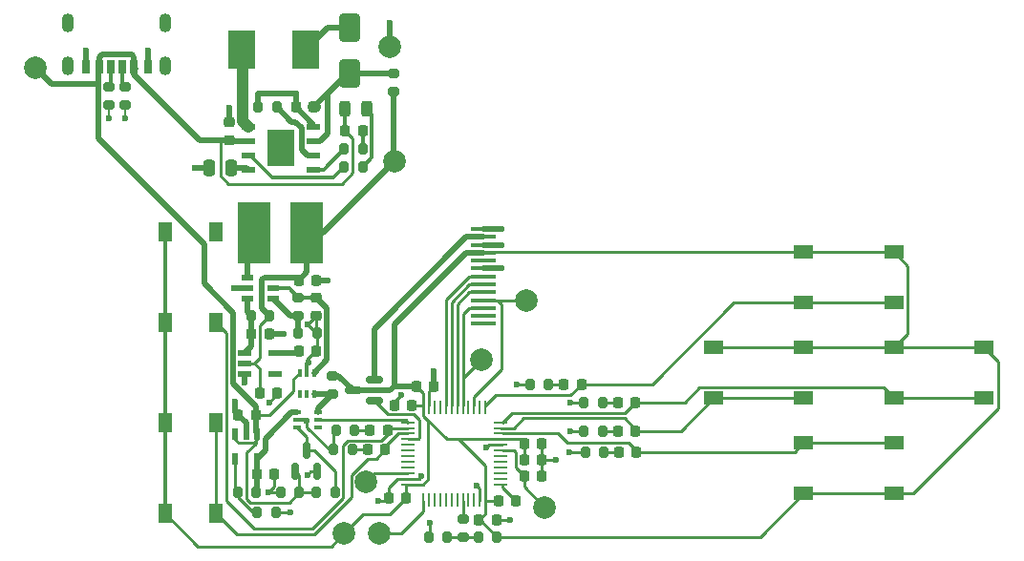
<source format=gtl>
%TF.GenerationSoftware,KiCad,Pcbnew,9.0.2*%
%TF.CreationDate,2025-07-13T16:14:12-05:00*%
%TF.ProjectId,stm32card,73746d33-3263-4617-9264-2e6b69636164,rev?*%
%TF.SameCoordinates,Original*%
%TF.FileFunction,Copper,L1,Top*%
%TF.FilePolarity,Positive*%
%FSLAX46Y46*%
G04 Gerber Fmt 4.6, Leading zero omitted, Abs format (unit mm)*
G04 Created by KiCad (PCBNEW 9.0.2) date 2025-07-13 16:14:12*
%MOMM*%
%LPD*%
G01*
G04 APERTURE LIST*
G04 Aperture macros list*
%AMRoundRect*
0 Rectangle with rounded corners*
0 $1 Rounding radius*
0 $2 $3 $4 $5 $6 $7 $8 $9 X,Y pos of 4 corners*
0 Add a 4 corners polygon primitive as box body*
4,1,4,$2,$3,$4,$5,$6,$7,$8,$9,$2,$3,0*
0 Add four circle primitives for the rounded corners*
1,1,$1+$1,$2,$3*
1,1,$1+$1,$4,$5*
1,1,$1+$1,$6,$7*
1,1,$1+$1,$8,$9*
0 Add four rect primitives between the rounded corners*
20,1,$1+$1,$2,$3,$4,$5,0*
20,1,$1+$1,$4,$5,$6,$7,0*
20,1,$1+$1,$6,$7,$8,$9,0*
20,1,$1+$1,$8,$9,$2,$3,0*%
G04 Aperture macros list end*
%TA.AperFunction,SMDPad,CuDef*%
%ADD10RoundRect,0.225000X-0.225000X-0.250000X0.225000X-0.250000X0.225000X0.250000X-0.225000X0.250000X0*%
%TD*%
%TA.AperFunction,SMDPad,CuDef*%
%ADD11RoundRect,0.150000X0.150000X-0.587500X0.150000X0.587500X-0.150000X0.587500X-0.150000X-0.587500X0*%
%TD*%
%TA.AperFunction,SMDPad,CuDef*%
%ADD12RoundRect,0.225000X0.225000X0.250000X-0.225000X0.250000X-0.225000X-0.250000X0.225000X-0.250000X0*%
%TD*%
%TA.AperFunction,SMDPad,CuDef*%
%ADD13R,1.800000X1.200000*%
%TD*%
%TA.AperFunction,SMDPad,CuDef*%
%ADD14RoundRect,0.200000X0.200000X0.275000X-0.200000X0.275000X-0.200000X-0.275000X0.200000X-0.275000X0*%
%TD*%
%TA.AperFunction,SMDPad,CuDef*%
%ADD15RoundRect,0.225000X-0.250000X0.225000X-0.250000X-0.225000X0.250000X-0.225000X0.250000X0.225000X0*%
%TD*%
%TA.AperFunction,SMDPad,CuDef*%
%ADD16R,3.000000X5.500000*%
%TD*%
%TA.AperFunction,SMDPad,CuDef*%
%ADD17RoundRect,0.200000X0.275000X-0.200000X0.275000X0.200000X-0.275000X0.200000X-0.275000X-0.200000X0*%
%TD*%
%TA.AperFunction,SMDPad,CuDef*%
%ADD18RoundRect,0.225000X0.250000X-0.225000X0.250000X0.225000X-0.250000X0.225000X-0.250000X-0.225000X0*%
%TD*%
%TA.AperFunction,SMDPad,CuDef*%
%ADD19R,2.350000X3.500000*%
%TD*%
%TA.AperFunction,SMDPad,CuDef*%
%ADD20C,2.000000*%
%TD*%
%TA.AperFunction,SMDPad,CuDef*%
%ADD21RoundRect,0.150000X0.587500X0.150000X-0.587500X0.150000X-0.587500X-0.150000X0.587500X-0.150000X0*%
%TD*%
%TA.AperFunction,SMDPad,CuDef*%
%ADD22RoundRect,0.250000X0.250000X0.475000X-0.250000X0.475000X-0.250000X-0.475000X0.250000X-0.475000X0*%
%TD*%
%TA.AperFunction,SMDPad,CuDef*%
%ADD23RoundRect,0.200000X-0.200000X-0.275000X0.200000X-0.275000X0.200000X0.275000X-0.200000X0.275000X0*%
%TD*%
%TA.AperFunction,SMDPad,CuDef*%
%ADD24R,2.200000X0.400000*%
%TD*%
%TA.AperFunction,SMDPad,CuDef*%
%ADD25RoundRect,0.100000X-0.225000X-0.100000X0.225000X-0.100000X0.225000X0.100000X-0.225000X0.100000X0*%
%TD*%
%TA.AperFunction,SMDPad,CuDef*%
%ADD26RoundRect,0.200000X-0.275000X0.200000X-0.275000X-0.200000X0.275000X-0.200000X0.275000X0.200000X0*%
%TD*%
%TA.AperFunction,SMDPad,CuDef*%
%ADD27R,0.700000X1.200000*%
%TD*%
%TA.AperFunction,SMDPad,CuDef*%
%ADD28R,0.760000X1.200000*%
%TD*%
%TA.AperFunction,SMDPad,CuDef*%
%ADD29R,0.800000X1.200000*%
%TD*%
%TA.AperFunction,ComponentPad*%
%ADD30O,1.100000X1.700000*%
%TD*%
%TA.AperFunction,SMDPad,CuDef*%
%ADD31RoundRect,0.243750X0.243750X0.456250X-0.243750X0.456250X-0.243750X-0.456250X0.243750X-0.456250X0*%
%TD*%
%TA.AperFunction,SMDPad,CuDef*%
%ADD32R,1.070000X0.530000*%
%TD*%
%TA.AperFunction,SMDPad,CuDef*%
%ADD33R,1.200000X0.270000*%
%TD*%
%TA.AperFunction,SMDPad,CuDef*%
%ADD34R,0.270000X1.200000*%
%TD*%
%TA.AperFunction,SMDPad,CuDef*%
%ADD35R,1.200000X1.800000*%
%TD*%
%TA.AperFunction,SMDPad,CuDef*%
%ADD36RoundRect,0.218750X0.218750X0.256250X-0.218750X0.256250X-0.218750X-0.256250X0.218750X-0.256250X0*%
%TD*%
%TA.AperFunction,SMDPad,CuDef*%
%ADD37R,0.600000X1.000000*%
%TD*%
%TA.AperFunction,SMDPad,CuDef*%
%ADD38R,1.200000X0.600000*%
%TD*%
%TA.AperFunction,SMDPad,CuDef*%
%ADD39R,2.400000X3.300000*%
%TD*%
%TA.AperFunction,SMDPad,CuDef*%
%ADD40RoundRect,0.100000X-0.100000X0.225000X-0.100000X-0.225000X0.100000X-0.225000X0.100000X0.225000X0*%
%TD*%
%TA.AperFunction,SMDPad,CuDef*%
%ADD41RoundRect,0.250000X0.650000X-1.000000X0.650000X1.000000X-0.650000X1.000000X-0.650000X-1.000000X0*%
%TD*%
%TA.AperFunction,SMDPad,CuDef*%
%ADD42R,1.200000X0.500000*%
%TD*%
%TA.AperFunction,ViaPad*%
%ADD43C,0.600000*%
%TD*%
%TA.AperFunction,Conductor*%
%ADD44C,0.250000*%
%TD*%
%TA.AperFunction,Conductor*%
%ADD45C,0.500000*%
%TD*%
%TA.AperFunction,Conductor*%
%ADD46C,0.350000*%
%TD*%
%TA.AperFunction,Conductor*%
%ADD47C,0.200000*%
%TD*%
%TA.AperFunction,Conductor*%
%ADD48C,1.000000*%
%TD*%
G04 APERTURE END LIST*
D10*
%TO.P,C14,1*%
%TO.N,Net-(C14-Pad1)*%
X186594442Y-122410210D03*
%TO.P,C14,2*%
%TO.N,in_button_down*%
X188144442Y-122410210D03*
%TD*%
D11*
%TO.P,Q2,1,G*%
%TO.N,usb vbus*%
X157919747Y-124145560D03*
%TO.P,Q2,2,S*%
%TO.N,GND*%
X159819747Y-124145560D03*
%TO.P,Q2,3,D*%
%TO.N,Net-(Q2-D)*%
X158869747Y-122270560D03*
%TD*%
D12*
%TO.P,C4,1*%
%TO.N,+3V0*%
X168208349Y-118253643D03*
%TO.P,C4,2*%
%TO.N,GND*%
X166658349Y-118253643D03*
%TD*%
D10*
%TO.P,C25,1*%
%TO.N,bat output*%
X158188180Y-107195974D03*
%TO.P,C25,2*%
%TO.N,GND*%
X159738180Y-107195974D03*
%TD*%
D13*
%TO.P,b_up1,1,1*%
%TO.N,+3V0*%
X202951133Y-104665534D03*
%TO.P,b_up1,2,2*%
X210951133Y-104665534D03*
%TO.P,b_up1,3,3*%
%TO.N,in_button_up*%
X202951133Y-109165534D03*
%TO.P,b_up1,4,4*%
X210951133Y-109165534D03*
%TD*%
D10*
%TO.P,C16,1*%
%TO.N,Net-(C16-Pad1)*%
X186498159Y-120535261D03*
%TO.P,C16,2*%
%TO.N,in_button_right*%
X188048159Y-120535261D03*
%TD*%
D14*
%TO.P,R22,1*%
%TO.N,usb vbus*%
X158253611Y-125980447D03*
%TO.P,R22,2*%
%TO.N,GND*%
X156603611Y-125980447D03*
%TD*%
D15*
%TO.P,C22,1*%
%TO.N,Net-(U2-VIN)*%
X159771321Y-108741969D03*
%TO.P,C22,2*%
%TO.N,GND*%
X159771321Y-110291969D03*
%TD*%
D16*
%TO.P,L2,1,1*%
%TO.N,bat output*%
X158924572Y-102960590D03*
%TO.P,L2,2,2*%
%TO.N,Net-(U6-SW)*%
X154264572Y-102960590D03*
%TD*%
D14*
%TO.P,R14,1*%
%TO.N,Net-(D2-K)*%
X163868852Y-97111187D03*
%TO.P,R14,2*%
%TO.N,Net-(U1-~{DONE})*%
X162218852Y-97111187D03*
%TD*%
D17*
%TO.P,R24,1*%
%TO.N,Net-(U2-VOUT)*%
X161212267Y-117283573D03*
%TO.P,R24,2*%
%TO.N,+3V0*%
X161212267Y-115633573D03*
%TD*%
D18*
%TO.P,C9,1*%
%TO.N,usb vbus*%
X152049345Y-94727156D03*
%TO.P,C9,2*%
%TO.N,GND*%
X152049345Y-93177156D03*
%TD*%
D19*
%TO.P,L1,1,1*%
%TO.N,Net-(U1-SW)*%
X153109399Y-86734328D03*
%TO.P,L1,2,2*%
%TO.N,Net-(D1-A)*%
X158809399Y-86734328D03*
%TD*%
D20*
%TO.P,SWDIO1,1,1*%
%TO.N,Net-(U4-PA13)*%
X164177791Y-125033730D03*
%TD*%
%TO.P,TP3,1,1*%
%TO.N,+3V0*%
X162215982Y-129637235D03*
%TD*%
D21*
%TO.P,Q1,1,G*%
%TO.N,backlight_fet*%
X164907099Y-117901836D03*
%TO.P,Q1,2,S*%
%TO.N,Net-(Q1-S)*%
X164907099Y-116001836D03*
%TO.P,Q1,3,D*%
%TO.N,+3V0*%
X163032099Y-116951836D03*
%TD*%
D22*
%TO.P,C7,1*%
%TO.N,Net-(U1-CT)*%
X152194313Y-97232762D03*
%TO.P,C7,2*%
%TO.N,GND*%
X150294313Y-97232762D03*
%TD*%
D23*
%TO.P,R10,1*%
%TO.N,Net-(R10-Pad1)*%
X174123734Y-129933381D03*
%TO.P,R10,2*%
%TO.N,+3V0*%
X175773734Y-129933381D03*
%TD*%
%TO.P,R17,1*%
%TO.N,Net-(U6-FB)*%
X158138180Y-111847959D03*
%TO.P,R17,2*%
%TO.N,GND*%
X159788180Y-111847959D03*
%TD*%
D10*
%TO.P,C12,1*%
%TO.N,+3V0*%
X175911855Y-126779815D03*
%TO.P,C12,2*%
%TO.N,Net-(U4-VBAT)*%
X177461855Y-126779815D03*
%TD*%
D24*
%TO.P,U5,1,NC*%
%TO.N,unconnected-(U5-NC-Pad1)*%
X174559466Y-111035534D03*
%TO.P,U5,2,NC*%
%TO.N,unconnected-(U5-NC-Pad2)*%
X174559466Y-110335534D03*
%TO.P,U5,3,SDA*%
%TO.N,spi1_mosi*%
X174559466Y-109635534D03*
%TO.P,U5,4,SCL*%
%TO.N,spi1_sck*%
X174559466Y-108935534D03*
%TO.P,U5,5,RS*%
%TO.N,lcd_dataselect*%
X174559466Y-108235534D03*
%TO.P,U5,6,RESET*%
%TO.N,lcd_reset*%
X174559466Y-107535534D03*
%TO.P,U5,7,CS*%
%TO.N,lcd_cs*%
X174559466Y-106835534D03*
%TO.P,U5,8,GND*%
%TO.N,GND*%
X174559466Y-106135534D03*
%TO.P,U5,9,NC*%
%TO.N,unconnected-(U5-NC-Pad9)*%
X174559466Y-105435534D03*
%TO.P,U5,10,VDD*%
%TO.N,+3V0*%
X174559466Y-104735534D03*
%TO.P,U5,11,LEDK*%
%TO.N,GND*%
X174559466Y-104035534D03*
%TO.P,U5,12,LEDA*%
%TO.N,Net-(Q1-S)*%
X174559466Y-103335534D03*
%TO.P,U5,13,GND*%
%TO.N,GND*%
X174559466Y-102635534D03*
%TD*%
D10*
%TO.P,C11,1*%
%TO.N,Net-(U4-NRST)*%
X178216650Y-124571621D03*
%TO.P,C11,2*%
%TO.N,GND*%
X179766650Y-124571621D03*
%TD*%
D14*
%TO.P,R11,1*%
%TO.N,Net-(R10-Pad1)*%
X171355995Y-129935313D03*
%TO.P,R11,2*%
%TO.N,GND*%
X169705995Y-129935313D03*
%TD*%
D20*
%TO.P,TP2,1,1*%
%TO.N,usb vbus*%
X134880772Y-88298705D03*
%TD*%
D25*
%TO.P,U3,1,VIN*%
%TO.N,Net-(U3-VIN)*%
X158013180Y-118919663D03*
%TO.P,U3,2,GND*%
%TO.N,GND*%
X158013180Y-119569663D03*
%TO.P,U3,3,~{CE}*%
%TO.N,Net-(Q2-D)*%
X158013180Y-120219663D03*
%TO.P,U3,4,NC*%
%TO.N,unconnected-(U3-NC-Pad4)*%
X159913180Y-120219663D03*
%TO.P,U3,5,ST*%
%TO.N,power_info*%
X159913180Y-119569663D03*
%TO.P,U3,6,VOUT*%
%TO.N,Net-(U2-VOUT)*%
X159913180Y-118919663D03*
%TD*%
D26*
%TO.P,R2,1*%
%TO.N,Net-(J1-CC1)*%
X142831133Y-89980534D03*
%TO.P,R2,2*%
%TO.N,GND*%
X142831133Y-91630534D03*
%TD*%
D14*
%TO.P,R15,1*%
%TO.N,Net-(D3-K)*%
X163868852Y-95545650D03*
%TO.P,R15,2*%
%TO.N,Net-(U1-~{CHRG})*%
X162218852Y-95545650D03*
%TD*%
D10*
%TO.P,C13,1*%
%TO.N,Net-(C13-Pad1)*%
X181710179Y-116398550D03*
%TO.P,C13,2*%
%TO.N,in_button_up*%
X183260179Y-116398550D03*
%TD*%
%TO.P,C10,1*%
%TO.N,Net-(U7-CT)*%
X158188180Y-113473015D03*
%TO.P,C10,2*%
%TO.N,GND*%
X159738180Y-113473015D03*
%TD*%
D14*
%TO.P,R18,1*%
%TO.N,Net-(U3-VIN)*%
X154421265Y-126000289D03*
%TO.P,R18,2*%
%TO.N,Net-(U9-FB)*%
X152771265Y-126000289D03*
%TD*%
D26*
%TO.P,R16,1*%
%TO.N,Net-(U2-VIN)*%
X158155040Y-108691969D03*
%TO.P,R16,2*%
%TO.N,Net-(U6-FB)*%
X158155040Y-110341969D03*
%TD*%
D12*
%TO.P,C8,1*%
%TO.N,GND*%
X179766650Y-121651621D03*
%TO.P,C8,2*%
%TO.N,+3V0*%
X178216650Y-121651621D03*
%TD*%
D23*
%TO.P,R9,1*%
%TO.N,GND*%
X183488159Y-120535261D03*
%TO.P,R9,2*%
%TO.N,Net-(C16-Pad1)*%
X185138159Y-120535261D03*
%TD*%
%TO.P,R13,1*%
%TO.N,GND*%
X161308400Y-122213186D03*
%TO.P,R13,2*%
%TO.N,Net-(C18-Pad1)*%
X162958400Y-122213186D03*
%TD*%
D10*
%TO.P,C15,1*%
%TO.N,Net-(C15-Pad1)*%
X186482004Y-118016635D03*
%TO.P,C15,2*%
%TO.N,in_button_left*%
X188032004Y-118016635D03*
%TD*%
D13*
%TO.P,b_left1,1,1*%
%TO.N,+3V0*%
X210951133Y-113132201D03*
%TO.P,b_left1,2,2*%
X218951133Y-113132201D03*
%TO.P,b_left1,3,3*%
%TO.N,in_button_left*%
X210951133Y-117632201D03*
%TO.P,b_left1,4,4*%
X218951133Y-117632201D03*
%TD*%
D10*
%TO.P,C5,1*%
%TO.N,+3V0*%
X178216650Y-123111621D03*
%TO.P,C5,2*%
%TO.N,GND*%
X179766650Y-123111621D03*
%TD*%
D13*
%TO.P,b_right1,1,1*%
%TO.N,+3V0*%
X194951133Y-113132201D03*
%TO.P,b_right1,2,2*%
X202951133Y-113132201D03*
%TO.P,b_right1,3,3*%
%TO.N,in_button_right*%
X194951133Y-117632201D03*
%TO.P,b_right1,4,4*%
X202951133Y-117632201D03*
%TD*%
D23*
%TO.P,R12,1*%
%TO.N,GND*%
X161501172Y-120481830D03*
%TO.P,R12,2*%
%TO.N,Net-(C17-Pad1)*%
X163151172Y-120481830D03*
%TD*%
D10*
%TO.P,C17,1*%
%TO.N,Net-(C17-Pad1)*%
X164511172Y-120481830D03*
%TO.P,C17,2*%
%TO.N,in_button_a*%
X166061172Y-120481830D03*
%TD*%
D23*
%TO.P,R6,1*%
%TO.N,GND*%
X183584442Y-122410210D03*
%TO.P,R6,2*%
%TO.N,Net-(C14-Pad1)*%
X185234442Y-122410210D03*
%TD*%
D10*
%TO.P,C19,1*%
%TO.N,Net-(U6-EN)*%
X154004818Y-111915048D03*
%TO.P,C19,2*%
%TO.N,GND*%
X155554818Y-111915048D03*
%TD*%
D20*
%TO.P,TP_mosi1,1,1*%
%TO.N,spi1_mosi*%
X174362663Y-114235371D03*
%TD*%
D27*
%TO.P,J1,A5,CC1*%
%TO.N,Net-(J1-CC1)*%
X142574466Y-88210000D03*
D28*
%TO.P,J1,A9,VBUS*%
%TO.N,usb vbus*%
X140554466Y-88210000D03*
D29*
%TO.P,J1,A12,GND*%
%TO.N,GND*%
X139324466Y-88210000D03*
D27*
%TO.P,J1,B5,CC2*%
%TO.N,Net-(J1-CC2)*%
X141574466Y-88210000D03*
D28*
%TO.P,J1,B9,VBUS*%
%TO.N,usb vbus*%
X143594466Y-88210000D03*
D29*
%TO.P,J1,B12,GND*%
%TO.N,GND*%
X144824466Y-88210000D03*
D30*
%TO.P,J1,SH1*%
%TO.N,N/C*%
X146394466Y-88130000D03*
%TO.P,J1,SH2*%
X146394466Y-84330000D03*
%TO.P,J1,SH3*%
X137754466Y-88130000D03*
%TO.P,J1,SH4*%
X137754466Y-84330000D03*
%TD*%
D31*
%TO.P,D2,1,K*%
%TO.N,Net-(D2-K)*%
X164192771Y-91972776D03*
%TO.P,D2,2,A*%
%TO.N,usb vbus*%
X162317771Y-91972776D03*
%TD*%
D23*
%TO.P,R7,1*%
%TO.N,GND*%
X183472004Y-118016635D03*
%TO.P,R7,2*%
%TO.N,Net-(C15-Pad1)*%
X185122004Y-118016635D03*
%TD*%
D20*
%TO.P,tst_nrst1,1,1*%
%TO.N,Net-(U4-NRST)*%
X180021047Y-127320001D03*
%TD*%
D32*
%TO.P,U6,1,SW*%
%TO.N,Net-(U6-SW)*%
X153629818Y-106919279D03*
%TO.P,U6,2,GND*%
%TO.N,GND*%
X153629818Y-107869279D03*
%TO.P,U6,3,EN*%
%TO.N,Net-(U6-EN)*%
X153629818Y-108819279D03*
%TO.P,U6,4,FB*%
%TO.N,Net-(U6-FB)*%
X155929818Y-108819279D03*
%TO.P,U6,5,VOUT*%
%TO.N,Net-(U2-VIN)*%
X155929818Y-107869279D03*
%TO.P,U6,6,VBAT*%
%TO.N,bat output*%
X155929818Y-106919279D03*
%TD*%
D14*
%TO.P,R4,1*%
%TO.N,Net-(U1-ISEL)*%
X156264853Y-91818710D03*
%TO.P,R4,2*%
%TO.N,GND*%
X154614853Y-91818710D03*
%TD*%
D20*
%TO.P,TestPoint_gnd1,1,1*%
%TO.N,GND*%
X166260568Y-86489059D03*
%TD*%
D10*
%TO.P,C2,1*%
%TO.N,+3V0*%
X168613611Y-116553306D03*
%TO.P,C2,2*%
%TO.N,GND*%
X170163611Y-116553306D03*
%TD*%
D20*
%TO.P,TP_sck1,1,1*%
%TO.N,spi1_sck*%
X178381844Y-108935534D03*
%TD*%
D10*
%TO.P,C18,1*%
%TO.N,Net-(C18-Pad1)*%
X164318400Y-122213186D03*
%TO.P,C18,2*%
%TO.N,in_button_b*%
X165868400Y-122213186D03*
%TD*%
D33*
%TO.P,U4,1,VBAT*%
%TO.N,Net-(U4-VBAT)*%
X176090878Y-125284125D03*
%TO.P,U4,2,PC13-TAMPER-RTC*%
%TO.N,unconnected-(U4-PC13-TAMPER-RTC-Pad2)*%
X176090878Y-124784125D03*
%TO.P,U4,3,PC14-OSC32_IN*%
%TO.N,unconnected-(U4-PC14-OSC32_IN-Pad3)*%
X176090878Y-124284125D03*
%TO.P,U4,4,PC15-OSC32_OUT*%
%TO.N,unconnected-(U4-PC15-OSC32_OUT-Pad4)*%
X176090878Y-123784125D03*
%TO.P,U4,5,PD0-OSC_IN*%
%TO.N,unconnected-(U4-PD0-OSC_IN-Pad5)*%
X176090878Y-123284125D03*
%TO.P,U4,6,PD1-OSC_OUT*%
%TO.N,unconnected-(U4-PD1-OSC_OUT-Pad6)*%
X176090878Y-122784125D03*
%TO.P,U4,7,NRST*%
%TO.N,Net-(U4-NRST)*%
X176090878Y-122284125D03*
%TO.P,U4,8,VSSA*%
%TO.N,GND*%
X176090878Y-121784125D03*
%TO.P,U4,9,VDDA*%
%TO.N,+3V0*%
X176090878Y-121284125D03*
%TO.P,U4,10,PA0-WKUP*%
%TO.N,in_button_down*%
X176090878Y-120784125D03*
%TO.P,U4,11,PA1*%
%TO.N,in_button_right*%
X176090878Y-120284125D03*
%TO.P,U4,12,PA2*%
%TO.N,in_button_left*%
X176090878Y-119784125D03*
D34*
%TO.P,U4,13,PA3*%
%TO.N,in_button_up*%
X174740878Y-118434125D03*
%TO.P,U4,14,PA4*%
%TO.N,unconnected-(U4-PA4-Pad14)*%
X174240878Y-118434125D03*
%TO.P,U4,15,PA5*%
%TO.N,spi1_sck*%
X173740878Y-118434125D03*
%TO.P,U4,16,PA6*%
%TO.N,spi1_miso*%
X173240878Y-118434125D03*
%TO.P,U4,17,PA7*%
%TO.N,spi1_mosi*%
X172740878Y-118434125D03*
%TO.P,U4,18,PB0*%
%TO.N,lcd_dataselect*%
X172240878Y-118434125D03*
%TO.P,U4,19,PB1*%
%TO.N,lcd_reset*%
X171740878Y-118434125D03*
%TO.P,U4,20,PB2*%
%TO.N,lcd_cs*%
X171240878Y-118434125D03*
%TO.P,U4,21,PB10*%
%TO.N,unconnected-(U4-PB10-Pad21)*%
X170740878Y-118434125D03*
%TO.P,U4,22,PB11*%
%TO.N,unconnected-(U4-PB11-Pad22)*%
X170240878Y-118434125D03*
%TO.P,U4,23,VSS_1*%
%TO.N,GND*%
X169740878Y-118434125D03*
%TO.P,U4,24,VDD_1*%
%TO.N,+3V0*%
X169240878Y-118434125D03*
D33*
%TO.P,U4,25,PB12*%
%TO.N,power_info*%
X167890878Y-119784125D03*
%TO.P,U4,26,PB13*%
%TO.N,in_button_a*%
X167890878Y-120284125D03*
%TO.P,U4,27,PB14*%
%TO.N,in_button_b*%
X167890878Y-120784125D03*
%TO.P,U4,28,PB15*%
%TO.N,backlight_fet*%
X167890878Y-121284125D03*
%TO.P,U4,29,PA8*%
%TO.N,unconnected-(U4-PA8-Pad29)*%
X167890878Y-121784125D03*
%TO.P,U4,30,PA9*%
%TO.N,unconnected-(U4-PA9-Pad30)*%
X167890878Y-122284125D03*
%TO.P,U4,31,PA10*%
%TO.N,unconnected-(U4-PA10-Pad31)*%
X167890878Y-122784125D03*
%TO.P,U4,32,PA11*%
%TO.N,unconnected-(U4-PA11-Pad32)*%
X167890878Y-123284125D03*
%TO.P,U4,33,PA12*%
%TO.N,unconnected-(U4-PA12-Pad33)*%
X167890878Y-123784125D03*
%TO.P,U4,34,PA13*%
%TO.N,Net-(U4-PA13)*%
X167890878Y-124284125D03*
%TO.P,U4,35,VSS_2*%
%TO.N,GND*%
X167890878Y-124784125D03*
%TO.P,U4,36,VDD_2*%
%TO.N,+3V0*%
X167890878Y-125284125D03*
D34*
%TO.P,U4,37,PA14*%
%TO.N,Net-(U4-PA14)*%
X169240878Y-126634125D03*
%TO.P,U4,38,PA15*%
%TO.N,unconnected-(U4-PA15-Pad38)*%
X169740878Y-126634125D03*
%TO.P,U4,39,PB3*%
%TO.N,unconnected-(U4-PB3-Pad39)*%
X170240878Y-126634125D03*
%TO.P,U4,40,PB4*%
%TO.N,unconnected-(U4-PB4-Pad40)*%
X170740878Y-126634125D03*
%TO.P,U4,41,PB5*%
%TO.N,unconnected-(U4-PB5-Pad41)*%
X171240878Y-126634125D03*
%TO.P,U4,42,PB6*%
%TO.N,unconnected-(U4-PB6-Pad42)*%
X171740878Y-126634125D03*
%TO.P,U4,43,PB7*%
%TO.N,unconnected-(U4-PB7-Pad43)*%
X172240878Y-126634125D03*
%TO.P,U4,44,BOOT0*%
%TO.N,Net-(U4-BOOT0)*%
X172740878Y-126634125D03*
%TO.P,U4,45,PB8*%
%TO.N,unconnected-(U4-PB8-Pad45)*%
X173240878Y-126634125D03*
%TO.P,U4,46,PB9*%
%TO.N,unconnected-(U4-PB9-Pad46)*%
X173740878Y-126634125D03*
%TO.P,U4,47,VSS_3*%
%TO.N,GND*%
X174240878Y-126634125D03*
%TO.P,U4,48,VDD_3*%
%TO.N,+3V0*%
X174740878Y-126634125D03*
%TD*%
D12*
%TO.P,C20,1*%
%TO.N,GND*%
X156306367Y-117183014D03*
%TO.P,C20,2*%
%TO.N,bat output*%
X154756367Y-117183014D03*
%TD*%
D23*
%TO.P,R23,1*%
%TO.N,usb vbus*%
X159750308Y-125969797D03*
%TO.P,R23,2*%
%TO.N,Net-(Q2-D)*%
X161400308Y-125969797D03*
%TD*%
D35*
%TO.P,b_b1,1,1*%
%TO.N,+3V0*%
X146357799Y-127848868D03*
%TO.P,b_b1,2,2*%
X146357799Y-119848868D03*
%TO.P,b_b1,3,3*%
%TO.N,in_button_b*%
X150857799Y-127848868D03*
%TO.P,b_b1,4,4*%
X150857799Y-119848868D03*
%TD*%
D13*
%TO.P,b_down1,1,1*%
%TO.N,+3V0*%
X210951133Y-126098868D03*
%TO.P,b_down1,2,2*%
X202951133Y-126098868D03*
%TO.P,b_down1,3,3*%
%TO.N,in_button_down*%
X210951133Y-121598868D03*
%TO.P,b_down1,4,4*%
X202951133Y-121598868D03*
%TD*%
D36*
%TO.P,D3,1,K*%
%TO.N,Net-(D3-K)*%
X163876963Y-93905116D03*
%TO.P,D3,2,A*%
%TO.N,usb vbus*%
X162301963Y-93905116D03*
%TD*%
D23*
%TO.P,R20,1*%
%TO.N,Net-(U6-EN)*%
X153954818Y-110310463D03*
%TO.P,R20,2*%
%TO.N,bat output*%
X155604818Y-110310463D03*
%TD*%
D37*
%TO.P,U9,1,VIN*%
%TO.N,usb vbus*%
X154476567Y-120794558D03*
%TO.P,U9,2,VSS*%
%TO.N,GND*%
X153526567Y-120794558D03*
%TO.P,U9,3,CE*%
%TO.N,usb vbus*%
X152576567Y-120794558D03*
%TO.P,U9,4,FB*%
%TO.N,Net-(U9-FB)*%
X152576567Y-122994558D03*
%TO.P,U9,5,VOUT*%
%TO.N,Net-(U3-VIN)*%
X154476567Y-122994558D03*
%TD*%
D38*
%TO.P,U1,1,~{CHRG}*%
%TO.N,Net-(U1-~{CHRG})*%
X159525975Y-97379672D03*
%TO.P,U1,2,ISEL*%
%TO.N,Net-(U1-ISEL)*%
X159525975Y-96109672D03*
%TO.P,U1,3,BAT*%
%TO.N,Net-(D1-K)*%
X159525975Y-94829672D03*
%TO.P,U1,4,GND*%
%TO.N,GND*%
X159525975Y-93559672D03*
%TO.P,U1,5,SW*%
%TO.N,Net-(U1-SW)*%
X153705975Y-93559672D03*
%TO.P,U1,6,VIN*%
%TO.N,usb vbus*%
X153705975Y-94829672D03*
%TO.P,U1,7,~{DONE}*%
%TO.N,Net-(U1-~{DONE})*%
X153705975Y-96109672D03*
%TO.P,U1,8,CT*%
%TO.N,Net-(U1-CT)*%
X153705975Y-97379672D03*
D39*
%TO.P,U1,9,EP*%
%TO.N,GND*%
X156615975Y-95469672D03*
%TD*%
D12*
%TO.P,C1,1*%
%TO.N,Net-(D1-K)*%
X159506914Y-91818526D03*
%TO.P,C1,2*%
%TO.N,GND*%
X157956914Y-91818526D03*
%TD*%
D23*
%TO.P,R5,1*%
%TO.N,GND*%
X178700179Y-116398550D03*
%TO.P,R5,2*%
%TO.N,Net-(C13-Pad1)*%
X180350179Y-116398550D03*
%TD*%
D40*
%TO.P,U2,1,VIN*%
%TO.N,Net-(U2-VIN)*%
X159575680Y-115376388D03*
%TO.P,U2,2,GND*%
%TO.N,GND*%
X158925680Y-115376388D03*
%TO.P,U2,3,~{CE}*%
%TO.N,usb vbus*%
X158275680Y-115376388D03*
%TO.P,U2,4,NC*%
%TO.N,unconnected-(U2-NC-Pad4)*%
X158275680Y-117276388D03*
%TO.P,U2,5,ST*%
%TO.N,unconnected-(U2-ST-Pad5)*%
X158925680Y-117276388D03*
%TO.P,U2,6,VOUT*%
%TO.N,Net-(U2-VOUT)*%
X159575680Y-117276388D03*
%TD*%
D41*
%TO.P,D1,1,K*%
%TO.N,Net-(D1-K)*%
X162704823Y-88794524D03*
%TO.P,D1,2,A*%
%TO.N,Net-(D1-A)*%
X162704823Y-84794524D03*
%TD*%
D20*
%TO.P,SWCLK1,1,1*%
%TO.N,Net-(U4-PA14)*%
X165303801Y-129637235D03*
%TD*%
D26*
%TO.P,R8,1*%
%TO.N,Net-(U4-BOOT0)*%
X172740878Y-128357482D03*
%TO.P,R8,2*%
%TO.N,Net-(R10-Pad1)*%
X172740878Y-130007482D03*
%TD*%
D10*
%TO.P,C6,1*%
%TO.N,+3V0*%
X174173724Y-128478655D03*
%TO.P,C6,2*%
%TO.N,GND*%
X175723724Y-128478655D03*
%TD*%
%TO.P,C24,1*%
%TO.N,Net-(U3-VIN)*%
X154469361Y-124419275D03*
%TO.P,C24,2*%
%TO.N,GND*%
X156019361Y-124419275D03*
%TD*%
D12*
%TO.P,C21,1*%
%TO.N,usb vbus*%
X154371567Y-119134045D03*
%TO.P,C21,2*%
%TO.N,GND*%
X152821567Y-119134045D03*
%TD*%
D35*
%TO.P,b_a1,1,1*%
%TO.N,+3V0*%
X146357799Y-110915534D03*
%TO.P,b_a1,2,2*%
X146357799Y-102915534D03*
%TO.P,b_a1,3,3*%
%TO.N,in_button_a*%
X150857799Y-110915534D03*
%TO.P,b_a1,4,4*%
%TO.N,unconnected-(b_a1-Pad4)*%
X150857799Y-102915534D03*
%TD*%
D12*
%TO.P,C3,1*%
%TO.N,+3V0*%
X167740878Y-126518684D03*
%TO.P,C3,2*%
%TO.N,GND*%
X166190878Y-126518684D03*
%TD*%
D20*
%TO.P,TP1,1,1*%
%TO.N,bat output*%
X166644763Y-96653916D03*
%TD*%
D23*
%TO.P,R19,1*%
%TO.N,Net-(U9-FB)*%
X154524973Y-127765370D03*
%TO.P,R19,2*%
%TO.N,GND*%
X156174973Y-127765370D03*
%TD*%
D42*
%TO.P,U7,1,VOUT*%
%TO.N,Net-(U6-EN)*%
X153429818Y-113589341D03*
%TO.P,U7,2,VDD*%
%TO.N,bat output*%
X153429818Y-114539341D03*
%TO.P,U7,3,GND*%
%TO.N,GND*%
X153429818Y-115489341D03*
%TO.P,U7,4,N.C.*%
%TO.N,unconnected-(U7-N.C.-Pad4)*%
X156129818Y-115489341D03*
%TO.P,U7,5,CT*%
%TO.N,Net-(U7-CT)*%
X156129818Y-113589341D03*
%TD*%
D26*
%TO.P,R1,1*%
%TO.N,Net-(J1-CC2)*%
X141331133Y-89980534D03*
%TO.P,R1,2*%
%TO.N,GND*%
X141331133Y-91630534D03*
%TD*%
%TO.P,R21,1*%
%TO.N,Net-(D1-K)*%
X166643276Y-88787760D03*
%TO.P,R21,2*%
%TO.N,bat output*%
X166643276Y-90437760D03*
%TD*%
D43*
%TO.N,GND*%
X155754494Y-96779964D03*
X157465999Y-96790275D03*
X157494310Y-94144330D03*
X155790251Y-94151490D03*
X156615975Y-95469672D03*
X158916359Y-119650083D03*
X158942524Y-124466081D03*
X152584938Y-117979096D03*
X155595108Y-118009222D03*
X157946956Y-90598344D03*
X152033625Y-91911028D03*
X166274878Y-84324324D03*
X149013148Y-97243090D03*
X153357396Y-116219587D03*
X158972471Y-111099870D03*
X152485096Y-107869279D03*
X160764492Y-107195974D03*
X159063103Y-114460088D03*
X155524703Y-126021147D03*
X157430120Y-127765370D03*
X165214859Y-126721370D03*
X174846241Y-121979062D03*
X176199643Y-104035534D03*
X169057760Y-124580880D03*
X156894461Y-111915048D03*
X177516540Y-116398550D03*
X176199643Y-102635534D03*
X182290644Y-120535261D03*
X169851399Y-128690445D03*
X142831133Y-92805534D03*
X182194361Y-122410210D03*
X176171148Y-106135534D03*
X182306799Y-118016635D03*
X144821338Y-86750857D03*
X141331133Y-92805534D03*
X173978553Y-125380962D03*
X139328918Y-86794310D03*
X167264504Y-117363432D03*
X181015522Y-123111621D03*
X176964712Y-128478655D03*
X170163611Y-115257278D03*
%TD*%
D44*
%TO.N,in_button_a*%
X150857799Y-110915534D02*
X151783799Y-111841534D01*
X151783799Y-111841534D02*
X151783799Y-126757923D01*
X151783799Y-126757923D02*
X154230185Y-129204309D01*
X162534982Y-121412186D02*
X165460655Y-121412186D01*
X154230185Y-129204309D02*
X159390214Y-129204309D01*
X159390214Y-129204309D02*
X162126308Y-126468215D01*
X162126308Y-126468215D02*
X162126308Y-121820860D01*
X162126308Y-121820860D02*
X162534982Y-121412186D01*
X165460655Y-121412186D02*
X166061172Y-120811669D01*
X166061172Y-120811669D02*
X166061172Y-120481830D01*
%TO.N,Net-(U9-FB)*%
X152576567Y-122994558D02*
X152576567Y-125805591D01*
X152576567Y-125805591D02*
X152771265Y-126000289D01*
D45*
%TO.N,GND*%
X152049345Y-93177156D02*
X152049345Y-91926748D01*
X152049345Y-91926748D02*
X152033625Y-91911028D01*
D44*
X161308400Y-122213186D02*
X160908400Y-122213186D01*
X160908400Y-122213186D02*
X158916359Y-120221145D01*
X158916359Y-120221145D02*
X158916359Y-119650083D01*
X161308400Y-122213186D02*
X161308400Y-120674602D01*
X161308400Y-120674602D02*
X161501172Y-120481830D01*
D46*
X158013180Y-119569663D02*
X158835939Y-119569663D01*
X158835939Y-119569663D02*
X158916359Y-119650083D01*
D44*
X159819747Y-124145560D02*
X159263045Y-124145560D01*
X159263045Y-124145560D02*
X158942524Y-124466081D01*
X156174973Y-127765370D02*
X157430120Y-127765370D01*
D45*
X166260568Y-86489059D02*
X166260568Y-84338634D01*
X166260568Y-84338634D02*
X166274878Y-84324324D01*
X159525975Y-93559672D02*
X159525975Y-93387587D01*
X159525975Y-93387587D02*
X157956914Y-91818526D01*
X152584938Y-117979096D02*
X152584938Y-118897416D01*
D44*
X152584938Y-118897416D02*
X152821567Y-119134045D01*
%TO.N,usb vbus*%
X158253611Y-125980447D02*
X158253611Y-124479424D01*
X158253611Y-124479424D02*
X157919747Y-124145560D01*
X153596567Y-126598009D02*
X153596567Y-122424558D01*
X153596567Y-122424558D02*
X154371567Y-121649558D01*
X154371567Y-121649558D02*
X154371567Y-120689558D01*
%TO.N,GND*%
X156019361Y-124419275D02*
X156019361Y-125526489D01*
X156019361Y-125526489D02*
X155524703Y-126021147D01*
D45*
%TO.N,Net-(U3-VIN)*%
X154469361Y-124419275D02*
X154469361Y-125952193D01*
X154469361Y-125952193D02*
X154421265Y-126000289D01*
X154476567Y-122994558D02*
X154476567Y-124412069D01*
X154476567Y-124412069D02*
X154469361Y-124419275D01*
%TO.N,usb vbus*%
X140405133Y-89740330D02*
X140405133Y-94560868D01*
X140405133Y-94560868D02*
X149806799Y-103962534D01*
X149806799Y-103962534D02*
X149806799Y-107462534D01*
X149806799Y-107462534D02*
X152378818Y-110034553D01*
X152378818Y-110034553D02*
X152378818Y-116363309D01*
X152378818Y-116363309D02*
X154371567Y-118356058D01*
X154371567Y-118356058D02*
X154371567Y-119134045D01*
X149439622Y-94727156D02*
X151243228Y-94727156D01*
D44*
X162994852Y-97630317D02*
X162018497Y-98606672D01*
X162301963Y-93905116D02*
X162994852Y-94598005D01*
X151950997Y-98606672D02*
X151243228Y-97898903D01*
X162994852Y-94598005D02*
X162994852Y-97630317D01*
X151243228Y-97898903D02*
X151243228Y-94727156D01*
X162018497Y-98606672D02*
X151950997Y-98606672D01*
D45*
%TO.N,GND*%
X154614853Y-90566705D02*
X157915317Y-90566705D01*
X157915317Y-90566705D02*
X157946956Y-90598344D01*
X154614853Y-91818710D02*
X154614853Y-90566705D01*
X157956914Y-91818526D02*
X157956914Y-90608302D01*
X157956914Y-90608302D02*
X157946956Y-90598344D01*
X150294313Y-97232762D02*
X149023476Y-97232762D01*
X149023476Y-97232762D02*
X149013148Y-97243090D01*
%TO.N,Net-(U1-CT)*%
X152194313Y-97232762D02*
X153559065Y-97232762D01*
X153559065Y-97232762D02*
X153705975Y-97379672D01*
%TO.N,bat output*%
X166643276Y-90437760D02*
X166643276Y-96652429D01*
X166643276Y-96652429D02*
X166644763Y-96653916D01*
%TO.N,Net-(D1-K)*%
X162704823Y-88794524D02*
X166636512Y-88794524D01*
X166636512Y-88794524D02*
X166643276Y-88787760D01*
%TO.N,bat output*%
X166644763Y-96653916D02*
X160338089Y-102960590D01*
X160338089Y-102960590D02*
X158924572Y-102960590D01*
%TO.N,GND*%
X153429818Y-115489341D02*
X153429818Y-116147165D01*
X153429818Y-116147165D02*
X153357396Y-116219587D01*
D44*
X159788180Y-111847959D02*
X159720560Y-111847959D01*
X159720560Y-111847959D02*
X158972471Y-111099870D01*
X159771321Y-110291969D02*
X159771321Y-110301020D01*
X159771321Y-110301020D02*
X158972471Y-111099870D01*
D45*
X152485096Y-107869279D02*
X153629818Y-107869279D01*
X159738180Y-107195974D02*
X160764492Y-107195974D01*
D46*
X159063103Y-114460088D02*
X159063103Y-114148092D01*
X159063103Y-114148092D02*
X159738180Y-113473015D01*
X158925680Y-115376388D02*
X158925680Y-114597511D01*
X158925680Y-114597511D02*
X159063103Y-114460088D01*
X159788180Y-111847959D02*
X159746426Y-111847959D01*
D45*
X155554818Y-111915048D02*
X156894461Y-111915048D01*
D44*
X156603611Y-125980447D02*
X155565403Y-125980447D01*
X155565403Y-125980447D02*
X155524703Y-126021147D01*
D45*
%TO.N,Net-(U3-VIN)*%
X154476567Y-122994558D02*
X155227567Y-122243558D01*
X155227567Y-122243558D02*
X155227567Y-121248272D01*
X155227567Y-121248272D02*
X157556176Y-118919663D01*
X157556176Y-118919663D02*
X158013180Y-118919663D01*
D44*
%TO.N,Net-(Q2-D)*%
X158869747Y-122270560D02*
X158869747Y-121076230D01*
X158869747Y-121076230D02*
X158013180Y-120219663D01*
%TO.N,GND*%
X165988192Y-126721370D02*
X166190878Y-126518684D01*
X179766650Y-123111621D02*
X181015522Y-123111621D01*
X176964712Y-128478655D02*
X175723724Y-128478655D01*
X179766650Y-124571621D02*
X179766650Y-123111621D01*
X167740878Y-124784125D02*
X166946477Y-124784125D01*
D45*
X139324466Y-88210000D02*
X139324466Y-86798762D01*
D44*
X166658349Y-118253643D02*
X166658349Y-117969587D01*
X159771321Y-110291969D02*
X159771321Y-111831100D01*
X169740878Y-118284125D02*
X169740878Y-116976039D01*
X165214859Y-126721370D02*
X165988192Y-126721370D01*
D45*
X174559466Y-106135534D02*
X176171148Y-106135534D01*
D44*
X169740878Y-116976039D02*
X170163611Y-116553306D01*
X178700179Y-116398550D02*
X177516540Y-116398550D01*
X179766650Y-123111621D02*
X179766650Y-121651621D01*
D45*
X153526567Y-120794558D02*
X153526567Y-119839045D01*
D44*
X166190878Y-125539724D02*
X166190878Y-126518684D01*
X159771321Y-111831100D02*
X159788180Y-111847959D01*
D45*
X174559466Y-102635534D02*
X176199643Y-102635534D01*
D44*
X175041178Y-121784125D02*
X174846241Y-121979062D01*
D45*
X144824466Y-86753985D02*
X144824466Y-88210000D01*
D44*
X174240878Y-125643287D02*
X173978553Y-125380962D01*
X166658349Y-117969587D02*
X167264504Y-117363432D01*
X169851399Y-128690445D02*
X169851399Y-129789909D01*
X183488159Y-120535261D02*
X182290644Y-120535261D01*
D45*
X139324466Y-86798762D02*
X139328918Y-86794310D01*
D44*
X174240878Y-126784125D02*
X174240878Y-125643287D01*
X159788180Y-113423015D02*
X159738180Y-113473015D01*
X176240878Y-121784125D02*
X175041178Y-121784125D01*
D45*
X170163611Y-116553306D02*
X170163611Y-115257278D01*
X153526567Y-119839045D02*
X152821567Y-119134045D01*
X144821338Y-86750857D02*
X144824466Y-86753985D01*
D44*
X169851399Y-129789909D02*
X169705995Y-129935313D01*
X183584442Y-122410210D02*
X182194361Y-122410210D01*
X166946477Y-124784125D02*
X166190878Y-125539724D01*
X168854515Y-124784125D02*
X169057760Y-124580880D01*
X159788180Y-111847959D02*
X159788180Y-113423015D01*
D45*
X174559466Y-104035534D02*
X176199643Y-104035534D01*
D44*
X167740878Y-124784125D02*
X168854515Y-124784125D01*
X183472004Y-118016635D02*
X182306799Y-118016635D01*
%TO.N,+3V0*%
X169683760Y-124840178D02*
X169683760Y-119649239D01*
X172374458Y-121284125D02*
X176240878Y-121284125D01*
X210951133Y-113132201D02*
X218951133Y-113132201D01*
D46*
X146357799Y-127848868D02*
X146357799Y-119848868D01*
D44*
X167740878Y-125284125D02*
X169239813Y-125284125D01*
X169240878Y-119206358D02*
X171318645Y-121284125D01*
X169683760Y-119649239D02*
X169240878Y-119206358D01*
X220177133Y-118558201D02*
X212636466Y-126098868D01*
X178216650Y-123111621D02*
X178216650Y-121651621D01*
X218951133Y-113132201D02*
X220177133Y-114358201D01*
X169240878Y-118284125D02*
X169240878Y-117180573D01*
X169240878Y-118284125D02*
X168238831Y-118284125D01*
X174319008Y-128478655D02*
X175773734Y-129933381D01*
X167740878Y-125284125D02*
X167740878Y-126518684D01*
X212177133Y-105891534D02*
X212177133Y-111906201D01*
X212177133Y-111906201D02*
X210951133Y-113132201D01*
X202951133Y-104665534D02*
X174629466Y-104665534D01*
X194951133Y-113132201D02*
X202951133Y-113132201D01*
X163892262Y-127960955D02*
X162215982Y-129637235D01*
X168238831Y-118284125D02*
X168208349Y-118253643D01*
D45*
X174559466Y-104735534D02*
X173057466Y-104735534D01*
D44*
X212636466Y-126098868D02*
X210951133Y-126098868D01*
D45*
X166666828Y-116553306D02*
X166268298Y-116951836D01*
D44*
X174740878Y-126784125D02*
X174740878Y-123650545D01*
X210951133Y-104665534D02*
X212177133Y-105891534D01*
X162215982Y-129637235D02*
X161075895Y-130777322D01*
D45*
X161212267Y-115633573D02*
X161713836Y-115633573D01*
D44*
X167740878Y-126518684D02*
X166298607Y-127960955D01*
X202951133Y-104665534D02*
X210951133Y-104665534D01*
X174740878Y-123650545D02*
X172374458Y-121284125D01*
X149286253Y-130777322D02*
X146357799Y-127848868D01*
D46*
X146357799Y-102915534D02*
X146357799Y-110915534D01*
D44*
X174173724Y-128478655D02*
X174740878Y-127911501D01*
X174173724Y-128478655D02*
X174319008Y-128478655D01*
X199116620Y-129933381D02*
X175773734Y-129933381D01*
D45*
X168613611Y-116553306D02*
X166666828Y-116553306D01*
D44*
X166298607Y-127960955D02*
X163892262Y-127960955D01*
X202951133Y-113132201D02*
X210951133Y-113132201D01*
X202951133Y-126098868D02*
X199116620Y-129933381D01*
X169240878Y-117180573D02*
X168613611Y-116553306D01*
X178216650Y-121651621D02*
X177849154Y-121284125D01*
X161075895Y-130777322D02*
X149286253Y-130777322D01*
D46*
X146357799Y-110915534D02*
X146357799Y-119848868D01*
D45*
X166268298Y-116951836D02*
X163032099Y-116951836D01*
D44*
X171318645Y-121284125D02*
X172374458Y-121284125D01*
X174629466Y-104665534D02*
X174559466Y-104735534D01*
X175907545Y-126784125D02*
X175911855Y-126779815D01*
X174740878Y-126784125D02*
X175907545Y-126784125D01*
X177849154Y-121284125D02*
X176240878Y-121284125D01*
X220177133Y-114358201D02*
X220177133Y-118558201D01*
X169240878Y-118284125D02*
X169240878Y-119206358D01*
D45*
X166666828Y-111126172D02*
X173057466Y-104735534D01*
D44*
X169239813Y-125284125D02*
X169683760Y-124840178D01*
X174740878Y-127911501D02*
X174740878Y-126784125D01*
D45*
X161713836Y-115633573D02*
X163032099Y-116951836D01*
X166666828Y-116553306D02*
X166666828Y-111126172D01*
D44*
X202951133Y-126098868D02*
X210951133Y-126098868D01*
%TO.N,Net-(U4-VBAT)*%
X176240878Y-125284125D02*
X176240878Y-125558838D01*
X176240878Y-125558838D02*
X177461855Y-126779815D01*
%TO.N,Net-(C13-Pad1)*%
X180350179Y-116398550D02*
X181710179Y-116398550D01*
%TO.N,Net-(C14-Pad1)*%
X185234442Y-122410210D02*
X186594442Y-122410210D01*
%TO.N,Net-(C15-Pad1)*%
X185122004Y-118016635D02*
X186482004Y-118016635D01*
%TO.N,Net-(C16-Pad1)*%
X185138159Y-120535261D02*
X186498159Y-120535261D01*
%TO.N,Net-(C17-Pad1)*%
X164511172Y-120481830D02*
X163151172Y-120481830D01*
%TO.N,Net-(C18-Pad1)*%
X162958400Y-122213186D02*
X164318400Y-122213186D01*
D46*
%TO.N,Net-(U2-VIN)*%
X155929818Y-107869279D02*
X157332350Y-107869279D01*
X158155040Y-108691969D02*
X159721321Y-108691969D01*
X159721321Y-108691969D02*
X159771321Y-108741969D01*
D45*
X159771321Y-108741969D02*
X160697321Y-109667969D01*
X160697321Y-109667969D02*
X160697321Y-114254747D01*
D46*
X157332350Y-107869279D02*
X158155040Y-108691969D01*
D45*
X160697321Y-114254747D02*
X159575680Y-115376388D01*
D44*
%TO.N,in_button_a*%
X166258877Y-120284125D02*
X167890878Y-120284125D01*
X166061172Y-120481830D02*
X166258877Y-120284125D01*
%TO.N,Net-(U4-BOOT0)*%
X172740878Y-126784125D02*
X172740878Y-128357482D01*
%TO.N,in_button_b*%
X159535560Y-129696773D02*
X162851791Y-126380542D01*
X165868400Y-121948720D02*
X167032995Y-120784125D01*
X164322087Y-123014186D02*
X165067400Y-123014186D01*
X152705704Y-129696773D02*
X159535560Y-129696773D01*
X166101783Y-122022212D02*
X166101783Y-121871046D01*
X167032995Y-120784125D02*
X167890878Y-120784125D01*
X150857799Y-127848868D02*
X152705704Y-129696773D01*
X165067400Y-123014186D02*
X165868400Y-122213186D01*
X162851791Y-126380542D02*
X162851791Y-124484482D01*
X165868400Y-122213186D02*
X165868400Y-121948720D01*
X162851791Y-124484482D02*
X164322087Y-123014186D01*
%TO.N,in_button_down*%
X188144442Y-122410210D02*
X202139791Y-122410210D01*
X181995726Y-121609210D02*
X181170641Y-120784125D01*
X202139791Y-122410210D02*
X202951133Y-121598868D01*
X188241831Y-122410210D02*
X187440831Y-121609210D01*
X210951133Y-121598868D02*
X202951133Y-121598868D01*
X181170641Y-120784125D02*
X176240878Y-120784125D01*
X187440831Y-121609210D02*
X181995726Y-121609210D01*
%TO.N,in_button_left*%
X188032004Y-118016635D02*
X187093568Y-118955071D01*
X193725133Y-116706201D02*
X210025133Y-116706201D01*
X210025133Y-116706201D02*
X210951133Y-117632201D01*
X210951133Y-117632201D02*
X218951133Y-117632201D01*
X193725133Y-116706201D02*
X192414699Y-118016635D01*
X192414699Y-118016635D02*
X188032004Y-118016635D01*
X177069932Y-118955071D02*
X176240878Y-119784125D01*
X187093568Y-118955071D02*
X177069932Y-118955071D01*
%TO.N,in_button_right*%
X192048073Y-120535261D02*
X194951133Y-117632201D01*
X188048159Y-120535261D02*
X192048073Y-120535261D01*
X187063174Y-119406071D02*
X178118932Y-119406071D01*
X178118932Y-119406071D02*
X177240878Y-120284125D01*
X194951133Y-117632201D02*
X202951133Y-117632201D01*
X188048159Y-120391056D02*
X187063174Y-119406071D01*
X188048159Y-120535261D02*
X188048159Y-120391056D01*
X177240878Y-120284125D02*
X176090878Y-120284125D01*
%TO.N,in_button_up*%
X202951133Y-109165534D02*
X196765800Y-109165534D01*
X189532784Y-116398550D02*
X183260179Y-116398550D01*
X182306263Y-117352466D02*
X175672537Y-117352466D01*
X183260179Y-116398550D02*
X182306263Y-117352466D01*
X196765800Y-109165534D02*
X189532784Y-116398550D01*
X202951133Y-109165534D02*
X210951133Y-109165534D01*
X175672537Y-117352466D02*
X174740878Y-118284125D01*
%TO.N,spi1_sck*%
X173740878Y-117517173D02*
X173740878Y-118284125D01*
X176210538Y-109334606D02*
X176210538Y-115047513D01*
X174559466Y-108935534D02*
X175811466Y-108935534D01*
X176210538Y-115047513D02*
X173740878Y-117517173D01*
X178381844Y-108935534D02*
X174559466Y-108935534D01*
X175811466Y-108935534D02*
X176210538Y-109334606D01*
D46*
%TO.N,Net-(J1-CC1)*%
X142574466Y-88210000D02*
X142574466Y-89723867D01*
D47*
X142574466Y-89723867D02*
X142831133Y-89980534D01*
D44*
%TO.N,spi1_mosi*%
X174559466Y-109635534D02*
X173307466Y-109635534D01*
X172740878Y-110202122D02*
X172740878Y-118284125D01*
X172740878Y-115857156D02*
X174362663Y-114235371D01*
X173307466Y-109635534D02*
X172740878Y-110202122D01*
X172740878Y-118284125D02*
X172740878Y-115857156D01*
D45*
%TO.N,bat output*%
X154943818Y-107153279D02*
X154943818Y-109649463D01*
D48*
X158188180Y-103696982D02*
X158924572Y-102960590D01*
D44*
X154279818Y-114539341D02*
X154756367Y-115015890D01*
D45*
X158924572Y-102960590D02*
X158924572Y-106459582D01*
D44*
X153429818Y-114539341D02*
X154279818Y-114539341D01*
X154756367Y-115015890D02*
X154756367Y-117183014D01*
X154779818Y-114039341D02*
X154779818Y-111135463D01*
D48*
X158924572Y-102960590D02*
X158924572Y-104210590D01*
D45*
X158924572Y-106459582D02*
X158188180Y-107195974D01*
X155177818Y-106919279D02*
X154943818Y-107153279D01*
X155929818Y-106919279D02*
X155177818Y-106919279D01*
X155929818Y-106919279D02*
X157911485Y-106919279D01*
D44*
X154279818Y-114539341D02*
X154779818Y-114039341D01*
D45*
X154943818Y-109649463D02*
X155604818Y-110310463D01*
D44*
X154779818Y-111135463D02*
X155604818Y-110310463D01*
D45*
X157911485Y-106919279D02*
X158188180Y-107195974D01*
D46*
%TO.N,Net-(J1-CC2)*%
X141574466Y-88210000D02*
X141574466Y-89737201D01*
D47*
X141574466Y-89737201D02*
X141331133Y-89980534D01*
D44*
%TO.N,power_info*%
X167890878Y-119784125D02*
X167676416Y-119569663D01*
X167676416Y-119569663D02*
X159913180Y-119569663D01*
D45*
%TO.N,Net-(Q1-S)*%
X164907099Y-116001836D02*
X164907099Y-111485901D01*
X164907099Y-111485901D02*
X173057466Y-103335534D01*
X173057466Y-103335534D02*
X174559466Y-103335534D01*
D44*
%TO.N,lcd_reset*%
X173307466Y-107535534D02*
X174559466Y-107535534D01*
X171740878Y-109102122D02*
X173307466Y-107535534D01*
X171740878Y-118284125D02*
X171740878Y-109102122D01*
D48*
%TO.N,Net-(U1-SW)*%
X153109399Y-86734328D02*
X153225345Y-86850274D01*
X153225345Y-93079042D02*
X153705975Y-93559672D01*
X153225345Y-86850274D02*
X153225345Y-93079042D01*
D44*
%TO.N,Net-(R10-Pad1)*%
X171428164Y-130007482D02*
X171355995Y-129935313D01*
X174049633Y-130007482D02*
X174123734Y-129933381D01*
X172740878Y-130007482D02*
X171428164Y-130007482D01*
X172740878Y-130007482D02*
X174049633Y-130007482D01*
%TO.N,lcd_dataselect*%
X172240878Y-118284125D02*
X172240878Y-109302122D01*
X172240878Y-109302122D02*
X173307466Y-108235534D01*
X173307466Y-108235534D02*
X174559466Y-108235534D01*
%TO.N,lcd_cs*%
X171240878Y-108902122D02*
X173307466Y-106835534D01*
X173307466Y-106835534D02*
X174559466Y-106835534D01*
X171240878Y-118284125D02*
X171240878Y-108902122D01*
%TO.N,Net-(U4-NRST)*%
X178216650Y-125515604D02*
X180021047Y-127320001D01*
X177420567Y-123775538D02*
X178216650Y-124571621D01*
X177420567Y-122463814D02*
X177420567Y-123775538D01*
X177240878Y-122284125D02*
X177420567Y-122463814D01*
X176240878Y-122284125D02*
X177240878Y-122284125D01*
X178216650Y-124571621D02*
X178216650Y-125515604D01*
%TO.N,Net-(U4-PA14)*%
X167292002Y-129637235D02*
X165303801Y-129637235D01*
X169240878Y-127688359D02*
X167292002Y-129637235D01*
X169240878Y-126784125D02*
X169240878Y-127688359D01*
%TO.N,Net-(U4-PA13)*%
X167890878Y-124284125D02*
X164927396Y-124284125D01*
X164927396Y-124284125D02*
X164177791Y-125033730D01*
%TO.N,backlight_fet*%
X168412526Y-119054643D02*
X166059906Y-119054643D01*
X166059906Y-119054643D02*
X164907099Y-117901836D01*
X167890878Y-121284125D02*
X168777878Y-121284125D01*
X168881815Y-119523932D02*
X168412526Y-119054643D01*
X168777878Y-121284125D02*
X168881815Y-121180188D01*
X168881815Y-121180188D02*
X168881815Y-119523932D01*
D45*
%TO.N,Net-(D1-K)*%
X160734843Y-94141700D02*
X160734843Y-90590598D01*
D48*
X159506914Y-91818526D02*
X159680821Y-91818526D01*
D45*
X162704823Y-88794524D02*
X162530916Y-88794524D01*
X162530916Y-88794524D02*
X160734843Y-90590598D01*
X160046871Y-94829672D02*
X160734843Y-94141700D01*
X160734843Y-90590598D02*
X159506914Y-91818526D01*
X159525975Y-94829672D02*
X160046871Y-94829672D01*
D44*
%TO.N,usb vbus*%
X157749680Y-115902388D02*
X158275680Y-115376388D01*
X158253611Y-125980447D02*
X159739658Y-125980447D01*
D45*
X143594466Y-88210000D02*
X143757133Y-88372667D01*
D46*
X162317771Y-91972776D02*
X162317771Y-93889308D01*
D44*
X154476567Y-121296558D02*
X154152567Y-121620558D01*
D45*
X140405133Y-88359333D02*
X140405133Y-89740330D01*
X134880772Y-88298705D02*
X136322397Y-89740330D01*
D44*
X152900567Y-121620558D02*
X152576567Y-121296558D01*
D45*
X143594466Y-88882000D02*
X149439622Y-94727156D01*
X143594466Y-87378000D02*
X143594466Y-88210000D01*
X154371567Y-119134045D02*
X154371567Y-120689558D01*
D44*
X162301963Y-91988584D02*
X162317771Y-91972776D01*
X154152567Y-121620558D02*
X153560368Y-121620558D01*
D45*
X143594466Y-88210000D02*
X143594466Y-88882000D01*
D44*
X152576567Y-121296558D02*
X152576567Y-120794558D01*
D45*
X140554466Y-88210000D02*
X140554466Y-87378000D01*
D44*
X157749680Y-117000167D02*
X157749680Y-115902388D01*
X154476567Y-120794558D02*
X154476567Y-121296558D01*
D45*
X140773466Y-87159000D02*
X143375466Y-87159000D01*
X140554466Y-87378000D02*
X140773466Y-87159000D01*
D44*
X155615802Y-119134045D02*
X154371567Y-119134045D01*
X156765833Y-117984014D02*
X157749680Y-117000167D01*
D45*
X136322397Y-89740330D02*
X140405133Y-89740330D01*
X152151861Y-94829672D02*
X152049345Y-94727156D01*
D44*
X156765833Y-117984014D02*
X155615802Y-119134045D01*
X153560368Y-121620558D02*
X152900567Y-121620558D01*
X157344836Y-126889222D02*
X158253611Y-125980447D01*
D45*
X151243228Y-94727156D02*
X152049345Y-94727156D01*
X140554466Y-88210000D02*
X140405133Y-88359333D01*
X143375466Y-87159000D02*
X143594466Y-87378000D01*
D47*
X143594466Y-88210000D02*
X143831133Y-88446667D01*
D46*
X140554466Y-88210000D02*
X140480133Y-88284333D01*
D45*
X158264261Y-125969797D02*
X158253611Y-125980447D01*
D44*
X157344836Y-126889222D02*
X153887780Y-126889222D01*
D45*
X153705975Y-94829672D02*
X152151861Y-94829672D01*
D44*
X153887780Y-126889222D02*
X153596567Y-126598009D01*
D46*
X162317771Y-93889308D02*
X162301963Y-93905116D01*
D44*
X154371567Y-120689558D02*
X154476567Y-120794558D01*
X159739658Y-125980447D02*
X159750308Y-125969797D01*
D45*
%TO.N,Net-(U7-CT)*%
X156129818Y-113589341D02*
X158071854Y-113589341D01*
X158071854Y-113589341D02*
X158188180Y-113473015D01*
%TO.N,Net-(U6-EN)*%
X153954818Y-110310463D02*
X153954818Y-111865048D01*
X154004818Y-111915048D02*
X154004818Y-113014341D01*
X154004818Y-113014341D02*
X153429818Y-113589341D01*
X153629818Y-108819279D02*
X153629818Y-109985463D01*
X153954818Y-111865048D02*
X154004818Y-111915048D01*
X153629818Y-109985463D02*
X153954818Y-110310463D01*
%TO.N,Net-(U3-VIN)*%
X154476567Y-122994558D02*
X154476567Y-122794558D01*
%TO.N,Net-(D1-A)*%
X162704823Y-84794524D02*
X160749203Y-84794524D01*
X160749203Y-84794524D02*
X158809399Y-86734328D01*
D46*
%TO.N,Net-(D2-K)*%
X164192771Y-91972776D02*
X164690463Y-92470468D01*
X164690463Y-92470468D02*
X164690463Y-96289576D01*
X164690463Y-96289576D02*
X163868852Y-97111187D01*
%TO.N,Net-(D3-K)*%
X163876963Y-95537539D02*
X163868852Y-95545650D01*
X163876963Y-93905116D02*
X163876963Y-95537539D01*
D45*
%TO.N,Net-(U6-SW)*%
X153629818Y-103595344D02*
X154264572Y-102960590D01*
X153629818Y-106919279D02*
X153629818Y-103595344D01*
%TO.N,Net-(U1-ISEL)*%
X159003975Y-96109672D02*
X159525975Y-96109672D01*
X158474975Y-95580672D02*
X159003975Y-96109672D01*
X158474975Y-93677374D02*
X158474975Y-95580672D01*
X157923855Y-93126254D02*
X158474975Y-93677374D01*
X157572397Y-93126254D02*
X157923855Y-93126254D01*
X156264853Y-91818710D02*
X157572397Y-93126254D01*
D46*
%TO.N,Net-(U1-~{DONE})*%
X153705975Y-96109672D02*
X153865781Y-96109672D01*
X161274367Y-98055672D02*
X162218852Y-97111187D01*
X155811781Y-98055672D02*
X161274367Y-98055672D01*
X153865781Y-96109672D02*
X155811781Y-98055672D01*
%TO.N,Net-(U1-~{CHRG})*%
X160384830Y-97379672D02*
X159525975Y-97379672D01*
X162218852Y-95545650D02*
X160384830Y-97379672D01*
D45*
%TO.N,Net-(U6-FB)*%
X158138180Y-110358829D02*
X158155040Y-110341969D01*
X158138180Y-111847959D02*
X158138180Y-110358829D01*
X158155040Y-110341969D02*
X157452508Y-110341969D01*
X157452508Y-110341969D02*
X155929818Y-108819279D01*
D44*
%TO.N,Net-(U9-FB)*%
X154124973Y-127765370D02*
X152771265Y-126411662D01*
X154524973Y-127765370D02*
X154124973Y-127765370D01*
X152771265Y-126411662D02*
X152771265Y-126000289D01*
D45*
%TO.N,Net-(U2-VOUT)*%
X159575680Y-117276388D02*
X161205082Y-117276388D01*
X161205082Y-117276388D02*
X161212267Y-117283573D01*
X159913180Y-118919663D02*
X159913180Y-118582660D01*
X159913180Y-118582660D02*
X161212267Y-117283573D01*
D44*
%TO.N,Net-(Q2-D)*%
X159536347Y-122270560D02*
X158869747Y-122270560D01*
X161400308Y-125969797D02*
X161400308Y-124134521D01*
X161400308Y-124134521D02*
X159536347Y-122270560D01*
D47*
%TO.N,GND*%
X142831133Y-91630534D02*
X142831133Y-92805534D01*
X141331133Y-91630534D02*
X141331133Y-92805534D01*
D44*
%TO.N,in_button_b*%
X150857799Y-127848868D02*
X150857799Y-119848868D01*
%TO.N,GND*%
X156306367Y-117297963D02*
X155595108Y-118009222D01*
X156306367Y-117183014D02*
X156306367Y-117297963D01*
X161501172Y-120481830D02*
X161220065Y-120481830D01*
%TD*%
M02*

</source>
